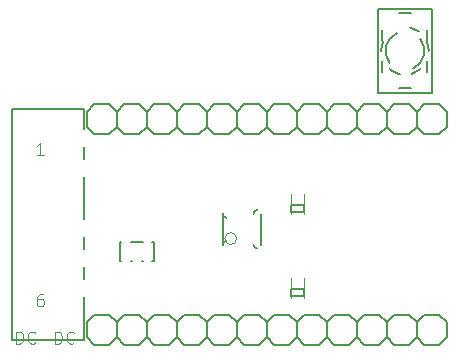
<source format=gto>
G04 (created by PCBNEW (2013-jul-07)-stable) date Mon 28 Dec 2015 12:48:25 PM PST*
%MOIN*%
G04 Gerber Fmt 3.4, Leading zero omitted, Abs format*
%FSLAX34Y34*%
G01*
G70*
G90*
G04 APERTURE LIST*
%ADD10C,0.00393701*%
%ADD11C,0.004*%
%ADD12C,0.005*%
%ADD13C,0.006*%
%ADD14C,0.002*%
%ADD15C,0.0048*%
G04 APERTURE END LIST*
G54D10*
G54D11*
X60115Y-41965D02*
X60115Y-41297D01*
X60547Y-41297D02*
X60547Y-41965D01*
G54D12*
X60547Y-41886D02*
X60547Y-41650D01*
X60547Y-41650D02*
X60115Y-41650D01*
X60115Y-41650D02*
X60115Y-41886D01*
X60115Y-41886D02*
X60547Y-41886D01*
G54D13*
X53210Y-38457D02*
X50810Y-38457D01*
X50810Y-38457D02*
X50810Y-46157D01*
X50810Y-46157D02*
X53210Y-46157D01*
X53210Y-46157D02*
X53210Y-44707D01*
X53210Y-39107D02*
X53210Y-38457D01*
X53210Y-43107D02*
X53210Y-42707D01*
X53210Y-42107D02*
X53210Y-40707D01*
X53210Y-40107D02*
X53210Y-39707D01*
X53210Y-44107D02*
X53210Y-43707D01*
X55537Y-42887D02*
X55537Y-43525D01*
X54417Y-43525D02*
X54417Y-42887D01*
X54772Y-42887D02*
X55182Y-42887D01*
X54809Y-43525D02*
X54772Y-43525D01*
X55182Y-43525D02*
X55145Y-43525D01*
X54455Y-43525D02*
X54417Y-43525D01*
X55537Y-43525D02*
X55499Y-43525D01*
X55499Y-42887D02*
X55537Y-42887D01*
X54417Y-42887D02*
X54455Y-42887D01*
X62557Y-38296D02*
X63057Y-38296D01*
X63057Y-38296D02*
X63307Y-38546D01*
X63307Y-38546D02*
X63307Y-39046D01*
X63307Y-39046D02*
X63057Y-39296D01*
X63307Y-38546D02*
X63557Y-38296D01*
X63557Y-38296D02*
X64057Y-38296D01*
X64057Y-38296D02*
X64307Y-38546D01*
X64307Y-38546D02*
X64307Y-39046D01*
X64307Y-39046D02*
X64057Y-39296D01*
X64057Y-39296D02*
X63557Y-39296D01*
X63557Y-39296D02*
X63307Y-39046D01*
X61307Y-38546D02*
X61557Y-38296D01*
X61557Y-38296D02*
X62057Y-38296D01*
X62057Y-38296D02*
X62307Y-38546D01*
X62307Y-38546D02*
X62307Y-39046D01*
X62307Y-39046D02*
X62057Y-39296D01*
X62057Y-39296D02*
X61557Y-39296D01*
X61557Y-39296D02*
X61307Y-39046D01*
X62557Y-38296D02*
X62307Y-38546D01*
X62307Y-39046D02*
X62557Y-39296D01*
X63057Y-39296D02*
X62557Y-39296D01*
X59557Y-38296D02*
X60057Y-38296D01*
X60057Y-38296D02*
X60307Y-38546D01*
X60307Y-38546D02*
X60307Y-39046D01*
X60307Y-39046D02*
X60057Y-39296D01*
X60307Y-38546D02*
X60557Y-38296D01*
X60557Y-38296D02*
X61057Y-38296D01*
X61057Y-38296D02*
X61307Y-38546D01*
X61307Y-38546D02*
X61307Y-39046D01*
X61307Y-39046D02*
X61057Y-39296D01*
X61057Y-39296D02*
X60557Y-39296D01*
X60557Y-39296D02*
X60307Y-39046D01*
X58307Y-38546D02*
X58557Y-38296D01*
X58557Y-38296D02*
X59057Y-38296D01*
X59057Y-38296D02*
X59307Y-38546D01*
X59307Y-38546D02*
X59307Y-39046D01*
X59307Y-39046D02*
X59057Y-39296D01*
X59057Y-39296D02*
X58557Y-39296D01*
X58557Y-39296D02*
X58307Y-39046D01*
X59557Y-38296D02*
X59307Y-38546D01*
X59307Y-39046D02*
X59557Y-39296D01*
X60057Y-39296D02*
X59557Y-39296D01*
X56557Y-38296D02*
X57057Y-38296D01*
X57057Y-38296D02*
X57307Y-38546D01*
X57307Y-38546D02*
X57307Y-39046D01*
X57307Y-39046D02*
X57057Y-39296D01*
X57307Y-38546D02*
X57557Y-38296D01*
X57557Y-38296D02*
X58057Y-38296D01*
X58057Y-38296D02*
X58307Y-38546D01*
X58307Y-38546D02*
X58307Y-39046D01*
X58307Y-39046D02*
X58057Y-39296D01*
X58057Y-39296D02*
X57557Y-39296D01*
X57557Y-39296D02*
X57307Y-39046D01*
X55307Y-38546D02*
X55557Y-38296D01*
X55557Y-38296D02*
X56057Y-38296D01*
X56057Y-38296D02*
X56307Y-38546D01*
X56307Y-38546D02*
X56307Y-39046D01*
X56307Y-39046D02*
X56057Y-39296D01*
X56057Y-39296D02*
X55557Y-39296D01*
X55557Y-39296D02*
X55307Y-39046D01*
X56557Y-38296D02*
X56307Y-38546D01*
X56307Y-39046D02*
X56557Y-39296D01*
X57057Y-39296D02*
X56557Y-39296D01*
X53557Y-38296D02*
X54057Y-38296D01*
X54057Y-38296D02*
X54307Y-38546D01*
X54307Y-38546D02*
X54307Y-39046D01*
X54307Y-39046D02*
X54057Y-39296D01*
X54307Y-38546D02*
X54557Y-38296D01*
X54557Y-38296D02*
X55057Y-38296D01*
X55057Y-38296D02*
X55307Y-38546D01*
X55307Y-38546D02*
X55307Y-39046D01*
X55307Y-39046D02*
X55057Y-39296D01*
X55057Y-39296D02*
X54557Y-39296D01*
X54557Y-39296D02*
X54307Y-39046D01*
X53307Y-38546D02*
X53307Y-39046D01*
X53557Y-38296D02*
X53307Y-38546D01*
X53307Y-39046D02*
X53557Y-39296D01*
X54057Y-39296D02*
X53557Y-39296D01*
X64307Y-38546D02*
X64557Y-38296D01*
X64557Y-38296D02*
X65057Y-38296D01*
X65057Y-38296D02*
X65307Y-38546D01*
X65307Y-38546D02*
X65307Y-39046D01*
X65307Y-39046D02*
X65057Y-39296D01*
X65057Y-39296D02*
X64557Y-39296D01*
X64557Y-39296D02*
X64307Y-39046D01*
X62557Y-45304D02*
X63057Y-45304D01*
X63057Y-45304D02*
X63307Y-45554D01*
X63307Y-45554D02*
X63307Y-46054D01*
X63307Y-46054D02*
X63057Y-46304D01*
X63307Y-45554D02*
X63557Y-45304D01*
X63557Y-45304D02*
X64057Y-45304D01*
X64057Y-45304D02*
X64307Y-45554D01*
X64307Y-45554D02*
X64307Y-46054D01*
X64307Y-46054D02*
X64057Y-46304D01*
X64057Y-46304D02*
X63557Y-46304D01*
X63557Y-46304D02*
X63307Y-46054D01*
X61307Y-45554D02*
X61557Y-45304D01*
X61557Y-45304D02*
X62057Y-45304D01*
X62057Y-45304D02*
X62307Y-45554D01*
X62307Y-45554D02*
X62307Y-46054D01*
X62307Y-46054D02*
X62057Y-46304D01*
X62057Y-46304D02*
X61557Y-46304D01*
X61557Y-46304D02*
X61307Y-46054D01*
X62557Y-45304D02*
X62307Y-45554D01*
X62307Y-46054D02*
X62557Y-46304D01*
X63057Y-46304D02*
X62557Y-46304D01*
X59557Y-45304D02*
X60057Y-45304D01*
X60057Y-45304D02*
X60307Y-45554D01*
X60307Y-45554D02*
X60307Y-46054D01*
X60307Y-46054D02*
X60057Y-46304D01*
X60307Y-45554D02*
X60557Y-45304D01*
X60557Y-45304D02*
X61057Y-45304D01*
X61057Y-45304D02*
X61307Y-45554D01*
X61307Y-45554D02*
X61307Y-46054D01*
X61307Y-46054D02*
X61057Y-46304D01*
X61057Y-46304D02*
X60557Y-46304D01*
X60557Y-46304D02*
X60307Y-46054D01*
X58307Y-45554D02*
X58557Y-45304D01*
X58557Y-45304D02*
X59057Y-45304D01*
X59057Y-45304D02*
X59307Y-45554D01*
X59307Y-45554D02*
X59307Y-46054D01*
X59307Y-46054D02*
X59057Y-46304D01*
X59057Y-46304D02*
X58557Y-46304D01*
X58557Y-46304D02*
X58307Y-46054D01*
X59557Y-45304D02*
X59307Y-45554D01*
X59307Y-46054D02*
X59557Y-46304D01*
X60057Y-46304D02*
X59557Y-46304D01*
X56557Y-45304D02*
X57057Y-45304D01*
X57057Y-45304D02*
X57307Y-45554D01*
X57307Y-45554D02*
X57307Y-46054D01*
X57307Y-46054D02*
X57057Y-46304D01*
X57307Y-45554D02*
X57557Y-45304D01*
X57557Y-45304D02*
X58057Y-45304D01*
X58057Y-45304D02*
X58307Y-45554D01*
X58307Y-45554D02*
X58307Y-46054D01*
X58307Y-46054D02*
X58057Y-46304D01*
X58057Y-46304D02*
X57557Y-46304D01*
X57557Y-46304D02*
X57307Y-46054D01*
X55307Y-45554D02*
X55557Y-45304D01*
X55557Y-45304D02*
X56057Y-45304D01*
X56057Y-45304D02*
X56307Y-45554D01*
X56307Y-45554D02*
X56307Y-46054D01*
X56307Y-46054D02*
X56057Y-46304D01*
X56057Y-46304D02*
X55557Y-46304D01*
X55557Y-46304D02*
X55307Y-46054D01*
X56557Y-45304D02*
X56307Y-45554D01*
X56307Y-46054D02*
X56557Y-46304D01*
X57057Y-46304D02*
X56557Y-46304D01*
X53557Y-45304D02*
X54057Y-45304D01*
X54057Y-45304D02*
X54307Y-45554D01*
X54307Y-45554D02*
X54307Y-46054D01*
X54307Y-46054D02*
X54057Y-46304D01*
X54307Y-45554D02*
X54557Y-45304D01*
X54557Y-45304D02*
X55057Y-45304D01*
X55057Y-45304D02*
X55307Y-45554D01*
X55307Y-45554D02*
X55307Y-46054D01*
X55307Y-46054D02*
X55057Y-46304D01*
X55057Y-46304D02*
X54557Y-46304D01*
X54557Y-46304D02*
X54307Y-46054D01*
X53307Y-45554D02*
X53307Y-46054D01*
X53557Y-45304D02*
X53307Y-45554D01*
X53307Y-46054D02*
X53557Y-46304D01*
X54057Y-46304D02*
X53557Y-46304D01*
X64307Y-45554D02*
X64557Y-45304D01*
X64557Y-45304D02*
X65057Y-45304D01*
X65057Y-45304D02*
X65307Y-45554D01*
X65307Y-45554D02*
X65307Y-46054D01*
X65307Y-46054D02*
X65057Y-46304D01*
X65057Y-46304D02*
X64557Y-46304D01*
X64557Y-46304D02*
X64307Y-46054D01*
G54D11*
X60115Y-44760D02*
X60115Y-44092D01*
X60547Y-44092D02*
X60547Y-44760D01*
G54D12*
X60547Y-44681D02*
X60547Y-44445D01*
X60547Y-44445D02*
X60115Y-44445D01*
X60115Y-44445D02*
X60115Y-44681D01*
X60115Y-44681D02*
X60547Y-44681D01*
G54D13*
X59120Y-41947D02*
X59120Y-42970D01*
X57841Y-42970D02*
X57841Y-41947D01*
X58864Y-41947D02*
G75*
G02X58992Y-41819I128J0D01*
G74*
G01*
X57969Y-42075D02*
G75*
G02X57841Y-41947I0J128D01*
G74*
G01*
X57969Y-42842D02*
G75*
G03X57841Y-42970I0J-128D01*
G74*
G01*
X58864Y-42970D02*
G75*
G03X58992Y-43098I128J0D01*
G74*
G01*
G54D14*
X58305Y-42769D02*
G75*
G03X58305Y-42769I-196J0D01*
G74*
G01*
G54D13*
X64814Y-37913D02*
X64814Y-35113D01*
X63014Y-35113D02*
X64814Y-35113D01*
X63014Y-35113D02*
X63014Y-37913D01*
X64814Y-37913D02*
X63014Y-37913D01*
X63714Y-35263D02*
X64114Y-35263D01*
X64114Y-37763D02*
X63714Y-37763D01*
X63450Y-37164D02*
G75*
G03X63750Y-37295I463J651D01*
G74*
G01*
X63651Y-35919D02*
G75*
G03X63401Y-36911I262J-593D01*
G74*
G01*
X64176Y-37106D02*
G75*
G03X64426Y-36114I-262J593D01*
G74*
G01*
X64145Y-37278D02*
G75*
G03X64441Y-37113I-231J765D01*
G74*
G01*
X64713Y-36518D02*
G75*
G03X64644Y-36186I-799J5D01*
G74*
G01*
X63682Y-37278D02*
G75*
G02X63386Y-37113I231J765D01*
G74*
G01*
X63114Y-36518D02*
G75*
G02X63183Y-36186I799J5D01*
G74*
G01*
X64377Y-35861D02*
G75*
G03X64077Y-35730I-463J-651D01*
G74*
G01*
X63164Y-35813D02*
X63164Y-36163D01*
X64664Y-35813D02*
X64664Y-36163D01*
X64664Y-36863D02*
X64664Y-37213D01*
X63164Y-36863D02*
X63164Y-37213D01*
G54D15*
X50957Y-46268D02*
X50957Y-45868D01*
X51052Y-45868D01*
X51110Y-45887D01*
X51148Y-45926D01*
X51167Y-45964D01*
X51186Y-46040D01*
X51186Y-46097D01*
X51167Y-46173D01*
X51148Y-46211D01*
X51110Y-46249D01*
X51052Y-46268D01*
X50957Y-46268D01*
X51586Y-46230D02*
X51567Y-46249D01*
X51510Y-46268D01*
X51471Y-46268D01*
X51414Y-46249D01*
X51376Y-46211D01*
X51357Y-46173D01*
X51338Y-46097D01*
X51338Y-46040D01*
X51357Y-45964D01*
X51376Y-45926D01*
X51414Y-45887D01*
X51471Y-45868D01*
X51510Y-45868D01*
X51567Y-45887D01*
X51586Y-45907D01*
X51757Y-46116D02*
X52062Y-46116D01*
X52252Y-46268D02*
X52252Y-45868D01*
X52348Y-45868D01*
X52405Y-45887D01*
X52443Y-45926D01*
X52462Y-45964D01*
X52481Y-46040D01*
X52481Y-46097D01*
X52462Y-46173D01*
X52443Y-46211D01*
X52405Y-46249D01*
X52348Y-46268D01*
X52252Y-46268D01*
X52881Y-46230D02*
X52862Y-46249D01*
X52805Y-46268D01*
X52767Y-46268D01*
X52710Y-46249D01*
X52671Y-46211D01*
X52652Y-46173D01*
X52633Y-46097D01*
X52633Y-46040D01*
X52652Y-45964D01*
X52671Y-45926D01*
X52710Y-45887D01*
X52767Y-45868D01*
X52805Y-45868D01*
X52862Y-45887D01*
X52881Y-45907D01*
X51874Y-39968D02*
X51645Y-39968D01*
X51760Y-39968D02*
X51760Y-39568D01*
X51721Y-39626D01*
X51683Y-39664D01*
X51645Y-39683D01*
X51836Y-44618D02*
X51760Y-44618D01*
X51721Y-44637D01*
X51702Y-44657D01*
X51664Y-44714D01*
X51645Y-44790D01*
X51645Y-44942D01*
X51664Y-44980D01*
X51683Y-44999D01*
X51721Y-45018D01*
X51798Y-45018D01*
X51836Y-44999D01*
X51855Y-44980D01*
X51874Y-44942D01*
X51874Y-44847D01*
X51855Y-44809D01*
X51836Y-44790D01*
X51798Y-44771D01*
X51721Y-44771D01*
X51683Y-44790D01*
X51664Y-44809D01*
X51645Y-44847D01*
M02*

</source>
